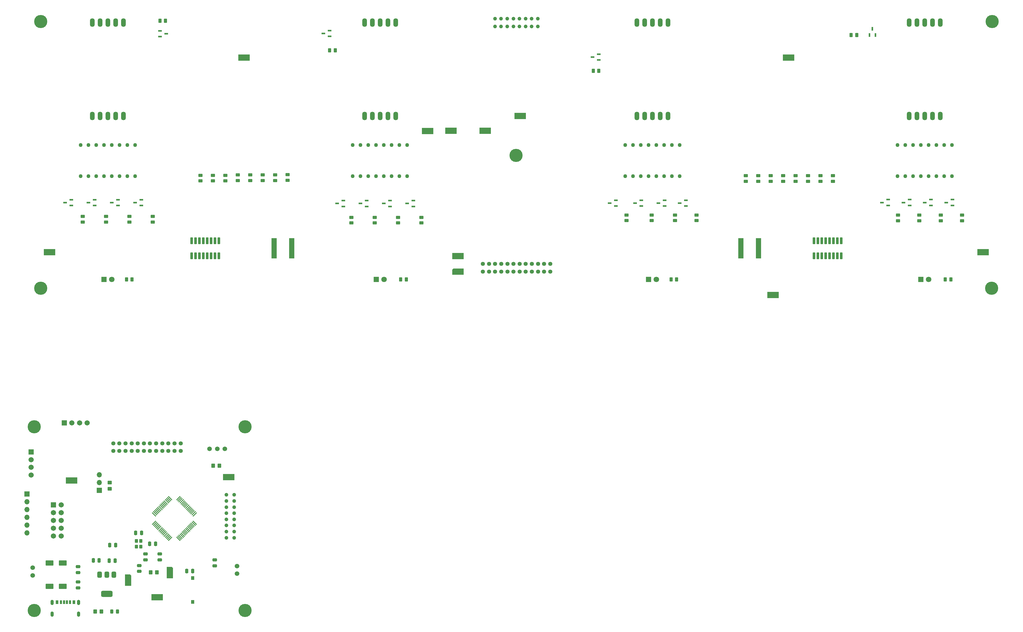
<source format=gbr>
%TF.GenerationSoftware,KiCad,Pcbnew,8.0.8-8.0.8-0~ubuntu24.04.1*%
%TF.CreationDate,2025-08-07T23:42:04-04:00*%
%TF.ProjectId,stencil,7374656e-6369-46c2-9e6b-696361645f70,rev?*%
%TF.SameCoordinates,Original*%
%TF.FileFunction,Soldermask,Top*%
%TF.FilePolarity,Negative*%
%FSLAX46Y46*%
G04 Gerber Fmt 4.6, Leading zero omitted, Abs format (unit mm)*
G04 Created by KiCad (PCBNEW 8.0.8-8.0.8-0~ubuntu24.04.1) date 2025-08-07 23:42:04*
%MOMM*%
%LPD*%
G01*
G04 APERTURE LIST*
G04 Aperture macros list*
%AMRoundRect*
0 Rectangle with rounded corners*
0 $1 Rounding radius*
0 $2 $3 $4 $5 $6 $7 $8 $9 X,Y pos of 4 corners*
0 Add a 4 corners polygon primitive as box body*
4,1,4,$2,$3,$4,$5,$6,$7,$8,$9,$2,$3,0*
0 Add four circle primitives for the rounded corners*
1,1,$1+$1,$2,$3*
1,1,$1+$1,$4,$5*
1,1,$1+$1,$6,$7*
1,1,$1+$1,$8,$9*
0 Add four rect primitives between the rounded corners*
20,1,$1+$1,$2,$3,$4,$5,0*
20,1,$1+$1,$4,$5,$6,$7,0*
20,1,$1+$1,$6,$7,$8,$9,0*
20,1,$1+$1,$8,$9,$2,$3,0*%
%AMRotRect*
0 Rectangle, with rotation*
0 The origin of the aperture is its center*
0 $1 length*
0 $2 width*
0 $3 Rotation angle, in degrees counterclockwise*
0 Add horizontal line*
21,1,$1,$2,0,0,$3*%
%AMOutline5P*
0 Free polygon, 5 corners , with rotation*
0 The origin of the aperture is its center*
0 number of corners: always 5*
0 $1 to $10 corner X, Y*
0 $11 Rotation angle, in degrees counterclockwise*
0 create outline with 5 corners*
4,1,5,$1,$2,$3,$4,$5,$6,$7,$8,$9,$10,$1,$2,$11*%
%AMOutline6P*
0 Free polygon, 6 corners , with rotation*
0 The origin of the aperture is its center*
0 number of corners: always 6*
0 $1 to $12 corner X, Y*
0 $13 Rotation angle, in degrees counterclockwise*
0 create outline with 6 corners*
4,1,6,$1,$2,$3,$4,$5,$6,$7,$8,$9,$10,$11,$12,$1,$2,$13*%
%AMOutline7P*
0 Free polygon, 7 corners , with rotation*
0 The origin of the aperture is its center*
0 number of corners: always 7*
0 $1 to $14 corner X, Y*
0 $15 Rotation angle, in degrees counterclockwise*
0 create outline with 7 corners*
4,1,7,$1,$2,$3,$4,$5,$6,$7,$8,$9,$10,$11,$12,$13,$14,$1,$2,$15*%
%AMOutline8P*
0 Free polygon, 8 corners , with rotation*
0 The origin of the aperture is its center*
0 number of corners: always 8*
0 $1 to $16 corner X, Y*
0 $17 Rotation angle, in degrees counterclockwise*
0 create outline with 8 corners*
4,1,8,$1,$2,$3,$4,$5,$6,$7,$8,$9,$10,$11,$12,$13,$14,$15,$16,$1,$2,$17*%
G04 Aperture macros list end*
%ADD10RoundRect,0.102000X-0.754000X-0.754000X0.754000X-0.754000X0.754000X0.754000X-0.754000X0.754000X0*%
%ADD11C,1.712000*%
%ADD12RoundRect,0.250000X0.250000X0.475000X-0.250000X0.475000X-0.250000X-0.475000X0.250000X-0.475000X0*%
%ADD13O,1.092200X1.701800*%
%ADD14R,0.711200X1.193800*%
%ADD15R,0.762000X1.193800*%
%ADD16R,0.812800X1.193800*%
%ADD17RoundRect,0.250000X0.475000X-0.250000X0.475000X0.250000X-0.475000X0.250000X-0.475000X-0.250000X0*%
%ADD18C,1.346200*%
%ADD19C,1.498600*%
%ADD20Outline5P,-1.900000X0.600000X-1.500000X1.000000X1.900000X1.000000X1.900000X-1.000000X-1.900000X-1.000000X270.000000*%
%ADD21C,4.300000*%
%ADD22RoundRect,0.102000X-0.400000X0.450000X-0.400000X-0.450000X0.400000X-0.450000X0.400000X0.450000X0*%
%ADD23RoundRect,0.102000X-0.754000X0.754000X-0.754000X-0.754000X0.754000X-0.754000X0.754000X0.754000X0*%
%ADD24R,3.800000X2.000000*%
%ADD25RoundRect,0.243750X-0.243750X-0.456250X0.243750X-0.456250X0.243750X0.456250X-0.243750X0.456250X0*%
%ADD26R,1.700000X1.700000*%
%ADD27O,1.700000X1.700000*%
%ADD28C,1.219200*%
%ADD29RoundRect,0.375000X-0.375000X0.625000X-0.375000X-0.625000X0.375000X-0.625000X0.375000X0.625000X0*%
%ADD30RoundRect,0.500000X-1.400000X0.500000X-1.400000X-0.500000X1.400000X-0.500000X1.400000X0.500000X0*%
%ADD31RoundRect,0.219250X1.047750X0.657750X-1.047750X0.657750X-1.047750X-0.657750X1.047750X-0.657750X0*%
%ADD32RotRect,0.279400X1.778000X135.000000*%
%ADD33RotRect,0.279400X1.778000X45.000000*%
%ADD34RoundRect,0.250000X-0.450000X0.350000X-0.450000X-0.350000X0.450000X-0.350000X0.450000X0.350000X0*%
%ADD35RoundRect,0.250000X-0.250000X-0.475000X0.250000X-0.475000X0.250000X0.475000X-0.250000X0.475000X0*%
%ADD36RoundRect,0.250000X-0.475000X0.250000X-0.475000X-0.250000X0.475000X-0.250000X0.475000X0.250000X0*%
%ADD37R,1.000000X1.250000*%
%ADD38RoundRect,0.250000X-0.350000X-0.450000X0.350000X-0.450000X0.350000X0.450000X-0.350000X0.450000X0*%
%ADD39RoundRect,0.250000X0.350000X0.450000X-0.350000X0.450000X-0.350000X-0.450000X0.350000X-0.450000X0*%
%ADD40RoundRect,0.250000X-0.450000X0.262500X-0.450000X-0.262500X0.450000X-0.262500X0.450000X0.262500X0*%
%ADD41R,1.168400X0.533400*%
%ADD42C,1.270000*%
%ADD43RoundRect,0.250000X0.450000X-0.262500X0.450000X0.262500X-0.450000X0.262500X-0.450000X-0.262500X0*%
%ADD44RoundRect,0.250000X-0.262500X-0.450000X0.262500X-0.450000X0.262500X0.450000X-0.262500X0.450000X0*%
%ADD45Outline5P,-1.900000X0.600000X-1.500000X1.000000X1.900000X1.000000X1.900000X-1.000000X-1.900000X-1.000000X0.000000*%
%ADD46R,1.800000X1.800000*%
%ADD47C,1.800000*%
%ADD48O,1.512000X2.820000*%
%ADD49RoundRect,0.100500X0.301500X-0.986500X0.301500X0.986500X-0.301500X0.986500X-0.301500X-0.986500X0*%
%ADD50RoundRect,0.076750X-0.810250X-0.230250X0.810250X-0.230250X0.810250X0.230250X-0.810250X0.230250X0*%
%ADD51RoundRect,0.076750X0.810250X0.230250X-0.810250X0.230250X-0.810250X-0.230250X0.810250X-0.230250X0*%
%ADD52R,0.533400X1.168400*%
%ADD53RoundRect,0.250000X0.262500X0.450000X-0.262500X0.450000X-0.262500X-0.450000X0.262500X-0.450000X0*%
G04 APERTURE END LIST*
D10*
%TO.C,J3*%
X54945002Y-174884000D03*
D11*
X57445002Y-174884000D03*
X59945000Y-174884000D03*
X62445000Y-174884000D03*
%TD*%
D12*
%TO.C,C3*%
X66299997Y-219800000D03*
X64399999Y-219800000D03*
%TD*%
D13*
%TO.C,J8*%
X51013000Y-233524600D03*
X59653000Y-233524600D03*
X51013000Y-237324599D03*
X59653000Y-237324599D03*
D14*
X54833001Y-233444599D03*
D15*
X56853000Y-233444599D03*
D16*
X58083000Y-233444599D03*
D14*
X55832999Y-233444599D03*
D15*
X53813000Y-233444599D03*
D16*
X52583000Y-233444599D03*
%TD*%
D17*
%TO.C,C10*%
X86150000Y-219599999D03*
X86150000Y-217700001D03*
%TD*%
D18*
%TO.C,J1*%
X70933399Y-181598306D03*
X70933399Y-184098306D03*
X72933400Y-181598306D03*
X72933400Y-184098306D03*
X74933398Y-181598306D03*
X74933398Y-184098306D03*
X76933400Y-181598306D03*
X76933400Y-184098306D03*
X78933398Y-181598306D03*
X78933398Y-184098306D03*
X80933399Y-181598306D03*
X80933399Y-184098306D03*
X82933400Y-181598306D03*
X82933400Y-184098306D03*
X84933399Y-181598306D03*
X84933399Y-184098306D03*
X86933400Y-181598306D03*
X86933400Y-184098306D03*
X88933398Y-181598306D03*
X88933398Y-184098306D03*
X90933399Y-181598306D03*
X90933399Y-184098306D03*
X92933398Y-181598306D03*
X92933398Y-184098306D03*
%TD*%
D17*
%TO.C,C9*%
X81495000Y-219599998D03*
X81495000Y-217700000D03*
%TD*%
D19*
%TO.C,J4*%
X44665000Y-224668000D03*
X44665000Y-222168000D03*
%TD*%
D12*
%TO.C,C14*%
X80149999Y-210800000D03*
X78250001Y-210800000D03*
%TD*%
D20*
%TO.C,TP2*%
X75800000Y-226200000D03*
%TD*%
D21*
%TO.C,H4*%
X114007000Y-236098000D03*
%TD*%
D22*
%TO.C,Y1*%
X78450001Y-213431000D03*
X78450001Y-215281000D03*
X79900001Y-215281000D03*
X79900001Y-213431000D03*
%TD*%
D23*
%TO.C,J7*%
X51373000Y-201637500D03*
D11*
X53913000Y-201637500D03*
X51373000Y-204177500D03*
X53913000Y-204177500D03*
X51372999Y-206717500D03*
X53913001Y-206717500D03*
X51373000Y-209257500D03*
X53913000Y-209257500D03*
X51373000Y-211797500D03*
X53913000Y-211797500D03*
%TD*%
D24*
%TO.C,TP7*%
X57365000Y-193680000D03*
%TD*%
D20*
%TO.C,TP1*%
X89400000Y-223800000D03*
%TD*%
D12*
%TO.C,C4*%
X71522999Y-219842000D03*
X69623001Y-219842000D03*
%TD*%
D25*
%TO.C,D2*%
X70475559Y-236499424D03*
X72350561Y-236499424D03*
%TD*%
D26*
%TO.C,SW3*%
X66400000Y-196940000D03*
D27*
X66400000Y-194400000D03*
X66400000Y-191860001D03*
%TD*%
D28*
%TO.C,U1*%
X107860000Y-212400000D03*
X107860000Y-210400001D03*
X107860000Y-208400000D03*
X107860000Y-206400001D03*
X107860000Y-204400000D03*
X107860000Y-202400002D03*
X107860000Y-200400001D03*
X107860000Y-198400000D03*
X110400000Y-212400000D03*
X110400000Y-210400001D03*
X110400000Y-208400000D03*
X110400000Y-206400001D03*
X110400000Y-204400000D03*
X110400000Y-202400002D03*
X110400000Y-200400001D03*
X110400000Y-198400000D03*
%TD*%
D21*
%TO.C,H3*%
X45173000Y-236098000D03*
%TD*%
D29*
%TO.C,U2*%
X71100000Y-224450000D03*
X68800000Y-224450001D03*
D30*
X68800000Y-230749999D03*
D29*
X66500000Y-224450000D03*
%TD*%
D24*
%TO.C,TP5*%
X85305000Y-231780000D03*
%TD*%
D31*
%TO.C,D3*%
X54420000Y-228224000D03*
X50150000Y-228224000D03*
%TD*%
%TO.C,D1*%
X54420000Y-220604000D03*
X50150000Y-220604000D03*
%TD*%
D21*
%TO.C,H1*%
X45173000Y-176154000D03*
%TD*%
D32*
%TO.C,U3*%
X84207761Y-207479812D03*
X84561314Y-207833364D03*
X84914868Y-208186919D03*
X85268421Y-208540471D03*
X85621976Y-208894026D03*
X85975528Y-209247579D03*
X86329081Y-209601131D03*
X86682635Y-209954686D03*
X87036188Y-210308239D03*
X87389743Y-210661793D03*
X87743295Y-211015346D03*
X88096848Y-211368898D03*
X88450403Y-211722453D03*
X88803955Y-212076006D03*
X89157510Y-212429560D03*
X89511062Y-212783113D03*
D33*
X92218150Y-212783113D03*
X92571702Y-212429560D03*
X92925257Y-212076006D03*
X93278809Y-211722453D03*
X93632364Y-211368898D03*
X93985917Y-211015346D03*
X94339469Y-210661793D03*
X94693024Y-210308239D03*
X95046577Y-209954686D03*
X95400131Y-209601131D03*
X95753684Y-209247579D03*
X96107236Y-208894026D03*
X96460791Y-208540471D03*
X96814344Y-208186919D03*
X97167898Y-207833364D03*
X97521451Y-207479812D03*
D32*
X97521451Y-204772724D03*
X97167898Y-204419172D03*
X96814344Y-204065617D03*
X96460791Y-203712065D03*
X96107236Y-203358510D03*
X95753684Y-203004957D03*
X95400131Y-202651405D03*
X95046577Y-202297850D03*
X94693024Y-201944297D03*
X94339469Y-201590743D03*
X93985917Y-201237190D03*
X93632364Y-200883638D03*
X93278809Y-200530083D03*
X92925257Y-200176530D03*
X92571702Y-199822976D03*
X92218150Y-199469423D03*
D33*
X89511062Y-199469423D03*
X89157510Y-199822976D03*
X88803955Y-200176530D03*
X88450403Y-200530083D03*
X88096848Y-200883638D03*
X87743295Y-201237190D03*
X87389743Y-201590743D03*
X87036188Y-201944297D03*
X86682635Y-202297850D03*
X86329081Y-202651405D03*
X85975528Y-203004957D03*
X85621976Y-203358510D03*
X85268421Y-203712065D03*
X84914868Y-204065617D03*
X84561314Y-204419172D03*
X84207761Y-204772724D03*
%TD*%
D34*
%TO.C,R8*%
X69800000Y-194400000D03*
X69800000Y-196400000D03*
%TD*%
D35*
%TO.C,C15*%
X82822001Y-214356000D03*
X84721999Y-214356000D03*
%TD*%
D17*
%TO.C,C11*%
X79400000Y-223349999D03*
X79400000Y-221450001D03*
%TD*%
D36*
%TO.C,C1*%
X59409440Y-221850001D03*
X59409440Y-223749999D03*
%TD*%
D19*
%TO.C,SW2*%
X111340000Y-221620000D03*
X111340000Y-224120000D03*
%TD*%
D24*
%TO.C,TP3*%
X108600000Y-192600000D03*
%TD*%
D37*
%TO.C,SW1*%
X96862000Y-225557000D03*
X96862000Y-233307000D03*
%TD*%
D12*
%TO.C,C12*%
X96853006Y-223228079D03*
X94953008Y-223228079D03*
%TD*%
D38*
%TO.C,R1*%
X65063060Y-236499424D03*
X67063060Y-236499424D03*
%TD*%
D19*
%TO.C,J5*%
X107400000Y-183400000D03*
X104900000Y-183400000D03*
X102400000Y-183400000D03*
%TD*%
D26*
%TO.C,J6*%
X42760000Y-198125000D03*
D27*
X42760000Y-200665000D03*
X42760000Y-203204999D03*
X42760000Y-205745000D03*
X42760000Y-208285000D03*
X42760000Y-210825000D03*
%TD*%
D17*
%TO.C,C13*%
X104101000Y-221553999D03*
X104101000Y-219654001D03*
%TD*%
D36*
%TO.C,C2*%
X59409440Y-226850001D03*
X59409440Y-228749999D03*
%TD*%
D35*
%TO.C,C5*%
X69800000Y-214762000D03*
X71699998Y-214762000D03*
%TD*%
D39*
%TO.C,FB1*%
X85150000Y-223650000D03*
X83150000Y-223650000D03*
%TD*%
D38*
%TO.C,R13*%
X103582300Y-188904799D03*
X105582300Y-188904799D03*
%TD*%
D23*
%TO.C,J2*%
X44157000Y-184402002D03*
D11*
X44157000Y-186902002D03*
X44157000Y-189402000D03*
X44157000Y-191902000D03*
%TD*%
D21*
%TO.C,H2*%
X114007000Y-176154000D03*
%TD*%
D40*
%TO.C,R2*%
X60934600Y-107539099D03*
X60934600Y-109364099D03*
%TD*%
D41*
%TO.C,M8*%
X161290000Y-104265802D03*
X161290000Y-102365800D03*
X159258000Y-103315801D03*
%TD*%
D42*
%TO.C,T2*%
X149098000Y-94441000D03*
X151638000Y-94441000D03*
X154178000Y-94441000D03*
X156718000Y-94441000D03*
X159258000Y-94441000D03*
X161798000Y-94441000D03*
X164338000Y-94441000D03*
X166878000Y-94441000D03*
X166878000Y-84281000D03*
X164338000Y-84281000D03*
X161798000Y-84281000D03*
X159258000Y-84281000D03*
X156718000Y-84281000D03*
X154178000Y-84281000D03*
X151638000Y-84281000D03*
X149098000Y-84281000D03*
%TD*%
D43*
%TO.C,R26*%
X289639307Y-96092000D03*
X289639307Y-94267000D03*
%TD*%
D24*
%TO.C,GND2*%
X50139600Y-119206000D03*
%TD*%
D44*
%TO.C,R33*%
X86186689Y-43711818D03*
X88011689Y-43711818D03*
%TD*%
D43*
%TO.C,R23*%
X103479601Y-95941500D03*
X103479601Y-94116500D03*
%TD*%
D45*
%TO.C,3V4*%
X183489600Y-125556000D03*
%TD*%
D46*
%TO.C,PT4*%
X334614600Y-128096000D03*
D47*
X337154600Y-128096000D03*
%TD*%
D40*
%TO.C,R14*%
X327126600Y-107141000D03*
X327126600Y-108966000D03*
%TD*%
D48*
%TO.C,U9*%
X330809600Y-74716000D03*
X333349600Y-74716000D03*
X335889600Y-74716000D03*
X338429600Y-74716000D03*
X340969600Y-74716000D03*
X330809600Y-44316000D03*
X333349600Y-44316000D03*
X335889600Y-44316000D03*
X338429600Y-44316000D03*
X340969600Y-44316000D03*
%TD*%
D41*
%TO.C,M15*%
X344906600Y-103961002D03*
X344906600Y-102061000D03*
X342874600Y-103011001D03*
%TD*%
D46*
%TO.C,PT1*%
X67914600Y-128096000D03*
D47*
X70454600Y-128096000D03*
%TD*%
D40*
%TO.C,R3*%
X83794600Y-107539099D03*
X83794600Y-109364099D03*
%TD*%
D43*
%TO.C,R32*%
X301831307Y-96092000D03*
X301831307Y-94267000D03*
%TD*%
D44*
%TO.C,R42*%
X164797100Y-128096000D03*
X166622100Y-128096000D03*
%TD*%
D18*
%TO.C,J1*%
X213616241Y-125516000D03*
X213616241Y-123016000D03*
X211616240Y-125516000D03*
X211616240Y-123016000D03*
X209616242Y-125516000D03*
X209616242Y-123016000D03*
X207616240Y-125516000D03*
X207616240Y-123016000D03*
X205616242Y-125516000D03*
X205616242Y-123016000D03*
X203616241Y-125516000D03*
X203616241Y-123016000D03*
X201616240Y-125516000D03*
X201616240Y-123016000D03*
X199616241Y-125516000D03*
X199616241Y-123016000D03*
X197616240Y-125516000D03*
X197616240Y-123016000D03*
X195616242Y-125516000D03*
X195616242Y-123016000D03*
X193616241Y-125516000D03*
X193616241Y-123016000D03*
X191616242Y-125516000D03*
X191616242Y-123016000D03*
%TD*%
D41*
%TO.C,M17*%
X86207600Y-46947998D03*
X86207600Y-48848000D03*
X88239600Y-47897999D03*
%TD*%
D43*
%TO.C,R18*%
X111607600Y-95838000D03*
X111607600Y-94013000D03*
%TD*%
D40*
%TO.C,R11*%
X261340600Y-107094000D03*
X261340600Y-108919000D03*
%TD*%
D41*
%TO.C,M5*%
X153670000Y-104265802D03*
X153670000Y-102365800D03*
X151638000Y-103315801D03*
%TD*%
D49*
%TO.C,U5*%
X299694600Y-120411000D03*
X300964600Y-120411000D03*
X302234600Y-120411000D03*
X303504600Y-120411000D03*
X304774600Y-120411000D03*
X306044600Y-120411000D03*
X307314600Y-120411000D03*
X308584600Y-120411000D03*
X308584600Y-115461000D03*
X307314600Y-115461000D03*
X306044600Y-115461000D03*
X304774600Y-115461000D03*
X303504600Y-115461000D03*
X302234600Y-115461000D03*
X300964600Y-115461000D03*
X299694600Y-115461000D03*
%TD*%
D41*
%TO.C,M19*%
X229463600Y-56468000D03*
X229463600Y-54567998D03*
X227431600Y-55517999D03*
%TD*%
D50*
%TO.C,U3*%
X275869600Y-115011000D03*
X275869600Y-115661000D03*
X275869600Y-116311000D03*
X275869600Y-116961000D03*
X275869600Y-117611000D03*
X275869600Y-118261000D03*
X275869600Y-118911000D03*
X275869600Y-119561000D03*
X275869600Y-120211000D03*
X275869600Y-120861000D03*
X281609600Y-120861000D03*
X281609600Y-120211000D03*
X281609600Y-119561000D03*
X281609600Y-118911000D03*
X281609600Y-118261000D03*
X281609600Y-117611000D03*
X281609600Y-116961000D03*
X281609600Y-116311000D03*
X281609600Y-115661000D03*
X281609600Y-115011000D03*
%TD*%
D24*
%TO.C,PA11*%
X173607901Y-79627644D03*
%TD*%
D43*
%TO.C,R28*%
X277447307Y-96092000D03*
X277447307Y-94267000D03*
%TD*%
D51*
%TO.C,U2*%
X129209600Y-120861000D03*
X129209600Y-120211000D03*
X129209600Y-119561000D03*
X129209600Y-118911000D03*
X129209600Y-118261000D03*
X129209600Y-117611000D03*
X129209600Y-116961000D03*
X129209600Y-116311000D03*
X129209600Y-115661000D03*
X129209600Y-115011000D03*
X123469600Y-115011000D03*
X123469600Y-115661000D03*
X123469600Y-116311000D03*
X123469600Y-116961000D03*
X123469600Y-117611000D03*
X123469600Y-118261000D03*
X123469600Y-118911000D03*
X123469600Y-119561000D03*
X123469600Y-120211000D03*
X123469600Y-120861000D03*
%TD*%
D28*
%TO.C,U1*%
X209556486Y-45546000D03*
X207556487Y-45546000D03*
X205556486Y-45546000D03*
X203556487Y-45546000D03*
X201556486Y-45546000D03*
X199556488Y-45546000D03*
X197556487Y-45546000D03*
X195556486Y-45546000D03*
X209556486Y-43006000D03*
X207556487Y-43006000D03*
X205556486Y-43006000D03*
X203556487Y-43006000D03*
X201556486Y-43006000D03*
X199556488Y-43006000D03*
X197556487Y-43006000D03*
X195556486Y-43006000D03*
%TD*%
D41*
%TO.C,M4*%
X72466200Y-103966000D03*
X72466200Y-102065998D03*
X70434200Y-103015999D03*
%TD*%
%TO.C,M16*%
X337921600Y-103961002D03*
X337921600Y-102061000D03*
X335889600Y-103011001D03*
%TD*%
D43*
%TO.C,R24*%
X123799600Y-95838000D03*
X123799600Y-94013000D03*
%TD*%
%TO.C,R17*%
X119735600Y-95838000D03*
X119735600Y-94013000D03*
%TD*%
%TO.C,R22*%
X127863599Y-95734500D03*
X127863599Y-93909500D03*
%TD*%
%TO.C,R19*%
X115671600Y-95838000D03*
X115671600Y-94013000D03*
%TD*%
D24*
%TO.C,GND5*%
X286359600Y-133176000D03*
%TD*%
D40*
%TO.C,R10*%
X238480600Y-107094000D03*
X238480600Y-108919000D03*
%TD*%
D42*
%TO.C,T3*%
X238099600Y-94394000D03*
X240639600Y-94394000D03*
X243179600Y-94394000D03*
X245719600Y-94394000D03*
X248259600Y-94394000D03*
X250799600Y-94394000D03*
X253339600Y-94394000D03*
X255879600Y-94394000D03*
X255879600Y-84234000D03*
X253339600Y-84234000D03*
X250799600Y-84234000D03*
X248259600Y-84234000D03*
X245719600Y-84234000D03*
X243179600Y-84234000D03*
X240639600Y-84234000D03*
X238099600Y-84234000D03*
%TD*%
D44*
%TO.C,R41*%
X75262100Y-128096000D03*
X77087100Y-128096000D03*
%TD*%
D43*
%TO.C,R27*%
X293703307Y-96092000D03*
X293703307Y-94267000D03*
%TD*%
D41*
%TO.C,M9*%
X243306600Y-104168002D03*
X243306600Y-102268000D03*
X241274600Y-103218001D03*
%TD*%
%TO.C,M6*%
X146050000Y-104265802D03*
X146050000Y-102365800D03*
X144018000Y-103315801D03*
%TD*%
D48*
%TO.C,U8*%
X241909600Y-74716000D03*
X244449600Y-74716000D03*
X246989600Y-74716000D03*
X249529600Y-74716000D03*
X252069600Y-74716000D03*
X241909600Y-44316000D03*
X244449600Y-44316000D03*
X246989600Y-44316000D03*
X249529600Y-44316000D03*
X252069600Y-44316000D03*
%TD*%
D24*
%TO.C,GND8*%
X183489600Y-120476000D03*
%TD*%
D41*
%TO.C,M14*%
X323951600Y-103961002D03*
X323951600Y-102061000D03*
X321919600Y-103011001D03*
%TD*%
D24*
%TO.C,GND6*%
X291439600Y-55706000D03*
%TD*%
D44*
%TO.C,R44*%
X342597100Y-128096000D03*
X344422100Y-128096000D03*
%TD*%
D43*
%TO.C,R30*%
X305895307Y-96092000D03*
X305895307Y-94267000D03*
%TD*%
D24*
%TO.C,GND7*%
X113639600Y-55706000D03*
%TD*%
D48*
%TO.C,U6*%
X64109600Y-74716000D03*
X66649600Y-74716000D03*
X69189600Y-74716000D03*
X71729600Y-74716000D03*
X74269600Y-74716000D03*
X64109600Y-44316000D03*
X66649600Y-44316000D03*
X69189600Y-44316000D03*
X71729600Y-44316000D03*
X74269600Y-44316000D03*
%TD*%
D21*
%TO.C,REF\u002A\u002A*%
X47218600Y-43942000D03*
%TD*%
D43*
%TO.C,R29*%
X285575307Y-96092000D03*
X285575307Y-94267000D03*
%TD*%
D41*
%TO.C,M10*%
X235051600Y-104154001D03*
X235051600Y-102253999D03*
X233019600Y-103204000D03*
%TD*%
D44*
%TO.C,R43*%
X253062100Y-128096000D03*
X254887100Y-128096000D03*
%TD*%
D42*
%TO.C,T1*%
X60274200Y-94417500D03*
X62814200Y-94417500D03*
X65354200Y-94417500D03*
X67894200Y-94417500D03*
X70434200Y-94417500D03*
X72974200Y-94417500D03*
X75514200Y-94417500D03*
X78054200Y-94417500D03*
X78054200Y-84257500D03*
X75514200Y-84257500D03*
X72974200Y-84257500D03*
X70434200Y-84257500D03*
X67894200Y-84257500D03*
X65354200Y-84257500D03*
X62814200Y-84257500D03*
X60274200Y-84257500D03*
%TD*%
D24*
%TO.C,PA14*%
X203809600Y-74756000D03*
%TD*%
D40*
%TO.C,R13*%
X334111600Y-107141000D03*
X334111600Y-108966000D03*
%TD*%
D41*
%TO.C,M18*%
X141579600Y-48782001D03*
X141579600Y-46881999D03*
X139547600Y-47832000D03*
%TD*%
%TO.C,M2*%
X57226200Y-103966000D03*
X57226200Y-102065998D03*
X55194200Y-103015999D03*
%TD*%
%TO.C,M12*%
X250926600Y-104168002D03*
X250926600Y-102268000D03*
X248894600Y-103218001D03*
%TD*%
%TO.C,M7*%
X168910000Y-104265802D03*
X168910000Y-102365800D03*
X166878000Y-103315801D03*
%TD*%
D40*
%TO.C,R1*%
X68554600Y-107539099D03*
X68554600Y-109364099D03*
%TD*%
D52*
%TO.C,M20*%
X317855600Y-48340000D03*
X319755602Y-48340000D03*
X318805601Y-46308000D03*
%TD*%
D43*
%TO.C,R31*%
X281511307Y-96092000D03*
X281511307Y-94267000D03*
%TD*%
%TO.C,R20*%
X99415601Y-95941500D03*
X99415601Y-94116500D03*
%TD*%
D40*
%TO.C,R5*%
X156311600Y-107856000D03*
X156311600Y-109681000D03*
%TD*%
%TO.C,R6*%
X148691600Y-107856000D03*
X148691600Y-109681000D03*
%TD*%
D43*
%TO.C,R21*%
X107543601Y-95941500D03*
X107543601Y-94116500D03*
%TD*%
D40*
%TO.C,R15*%
X348081600Y-107141000D03*
X348081600Y-108966000D03*
%TD*%
D41*
%TO.C,M13*%
X330936600Y-103961002D03*
X330936600Y-102061000D03*
X328904600Y-103011001D03*
%TD*%
D40*
%TO.C,R16*%
X341096600Y-107141000D03*
X341096600Y-108966000D03*
%TD*%
D44*
%TO.C,R34*%
X141567294Y-53296779D03*
X143392294Y-53296779D03*
%TD*%
D40*
%TO.C,R12*%
X254355600Y-107094000D03*
X254355600Y-108919000D03*
%TD*%
D24*
%TO.C,PA12*%
X181169451Y-79622658D03*
%TD*%
D40*
%TO.C,R7*%
X171551600Y-107856000D03*
X171551600Y-109681000D03*
%TD*%
D41*
%TO.C,M3*%
X80086200Y-103966000D03*
X80086200Y-102065998D03*
X78054200Y-103015999D03*
%TD*%
D53*
%TO.C,R36*%
X313688100Y-48340000D03*
X311863100Y-48340000D03*
%TD*%
D40*
%TO.C,R8*%
X163931600Y-107856000D03*
X163931600Y-109681000D03*
%TD*%
D24*
%TO.C,PA13*%
X192379600Y-79622658D03*
%TD*%
D53*
%TO.C,R35*%
X229463600Y-60024000D03*
X227638600Y-60024000D03*
%TD*%
D41*
%TO.C,M11*%
X257911600Y-104168002D03*
X257911600Y-102268000D03*
X255879600Y-103218001D03*
%TD*%
D49*
%TO.C,U4*%
X96494600Y-120411000D03*
X97764600Y-120411000D03*
X99034600Y-120411000D03*
X100304600Y-120411000D03*
X101574600Y-120411000D03*
X102844600Y-120411000D03*
X104114600Y-120411000D03*
X105384600Y-120411000D03*
X105384600Y-115461000D03*
X104114600Y-115461000D03*
X102844600Y-115461000D03*
X101574600Y-115461000D03*
X100304600Y-115461000D03*
X99034600Y-115461000D03*
X97764600Y-115461000D03*
X96494600Y-115461000D03*
%TD*%
D48*
%TO.C,U7*%
X153009600Y-74716000D03*
X155549600Y-74716000D03*
X158089600Y-74716000D03*
X160629600Y-74716000D03*
X163169600Y-74716000D03*
X153009600Y-44316000D03*
X155549600Y-44316000D03*
X158089600Y-44316000D03*
X160629600Y-44316000D03*
X163169600Y-44316000D03*
%TD*%
D21*
%TO.C,REF\u002A\u002A*%
X47282101Y-130937000D03*
%TD*%
%TO.C,REF\u002A\u002A*%
X202412600Y-87630000D03*
%TD*%
%TO.C,REF\u002A\u002A*%
X357860600Y-43942000D03*
%TD*%
D24*
%TO.C,GND1*%
X354939600Y-119206000D03*
%TD*%
D46*
%TO.C,PT3*%
X245714600Y-128096000D03*
D47*
X248254600Y-128096000D03*
%TD*%
D41*
%TO.C,M1*%
X64846200Y-103966000D03*
X64846200Y-102065998D03*
X62814200Y-103015999D03*
%TD*%
D43*
%TO.C,R25*%
X297767307Y-96092000D03*
X297767307Y-94267000D03*
%TD*%
D21*
%TO.C,REF\u002A\u002A*%
X357733600Y-130937000D03*
%TD*%
D46*
%TO.C,PT2*%
X156814600Y-128096000D03*
D47*
X159354600Y-128096000D03*
%TD*%
D42*
%TO.C,T4*%
X326999600Y-94441000D03*
X329539600Y-94441000D03*
X332079600Y-94441000D03*
X334619600Y-94441000D03*
X337159600Y-94441000D03*
X339699600Y-94441000D03*
X342239600Y-94441000D03*
X344779600Y-94441000D03*
X344779600Y-84281000D03*
X342239600Y-84281000D03*
X339699600Y-84281000D03*
X337159600Y-84281000D03*
X334619600Y-84281000D03*
X332079600Y-84281000D03*
X329539600Y-84281000D03*
X326999600Y-84281000D03*
%TD*%
D40*
%TO.C,R4*%
X76174600Y-107539099D03*
X76174600Y-109364099D03*
%TD*%
%TO.C,R9*%
X246735600Y-107094000D03*
X246735600Y-108919000D03*
%TD*%
M02*

</source>
